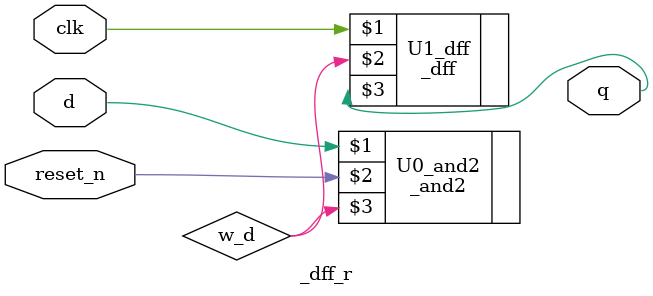
<source format=v>
module _dff_r(clk, reset_n, d, q); //resettable d flip-flop module
	input		clk, reset_n, d;
	output	q;
	
	wire		w_d;
	
	 //struct resettable d flip-flop
	_and2	U0_and2	(d, reset_n, w_d);
	_dff	U1_dff	(clk, w_d, q);
endmodule 
</source>
